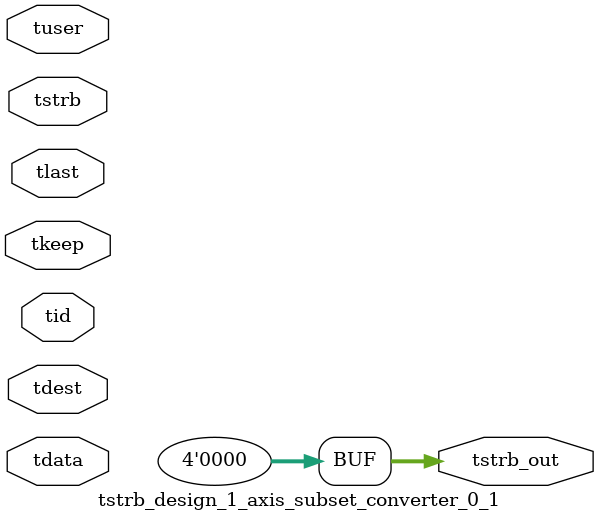
<source format=v>


`timescale 1ps/1ps

module tstrb_design_1_axis_subset_converter_0_1 #
(
parameter C_S_AXIS_TDATA_WIDTH = 32,
parameter C_S_AXIS_TUSER_WIDTH = 0,
parameter C_S_AXIS_TID_WIDTH   = 0,
parameter C_S_AXIS_TDEST_WIDTH = 0,
parameter C_M_AXIS_TDATA_WIDTH = 32
)
(
input  [(C_S_AXIS_TDATA_WIDTH == 0 ? 1 : C_S_AXIS_TDATA_WIDTH)-1:0     ] tdata,
input  [(C_S_AXIS_TUSER_WIDTH == 0 ? 1 : C_S_AXIS_TUSER_WIDTH)-1:0     ] tuser,
input  [(C_S_AXIS_TID_WIDTH   == 0 ? 1 : C_S_AXIS_TID_WIDTH)-1:0       ] tid,
input  [(C_S_AXIS_TDEST_WIDTH == 0 ? 1 : C_S_AXIS_TDEST_WIDTH)-1:0     ] tdest,
input  [(C_S_AXIS_TDATA_WIDTH/8)-1:0 ] tkeep,
input  [(C_S_AXIS_TDATA_WIDTH/8)-1:0 ] tstrb,
input                                                                    tlast,
output [(C_M_AXIS_TDATA_WIDTH/8)-1:0 ] tstrb_out
);

assign tstrb_out = {1'b0};

endmodule


</source>
